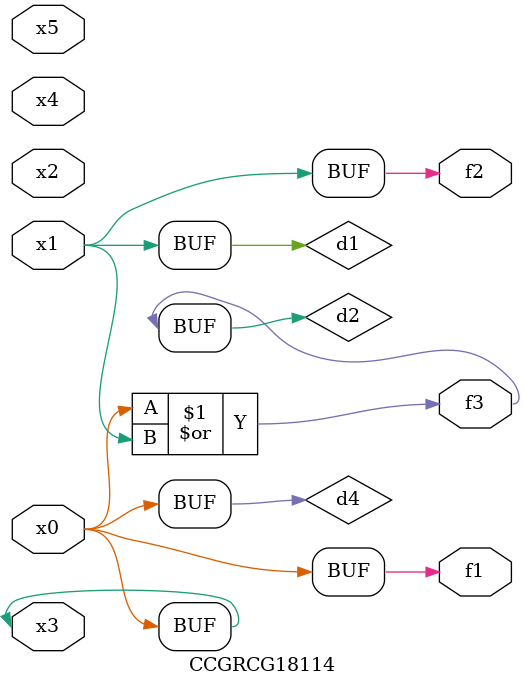
<source format=v>
module CCGRCG18114(
	input x0, x1, x2, x3, x4, x5,
	output f1, f2, f3
);

	wire d1, d2, d3, d4;

	and (d1, x1);
	or (d2, x0, x1);
	nand (d3, x0, x5);
	buf (d4, x0, x3);
	assign f1 = d4;
	assign f2 = d1;
	assign f3 = d2;
endmodule

</source>
